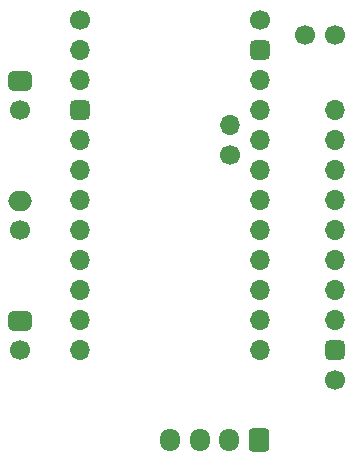
<source format=gbr>
%TF.GenerationSoftware,KiCad,Pcbnew,7.0.7*%
%TF.CreationDate,2023-09-23T14:44:52-07:00*%
%TF.ProjectId,Nitrox_Board,4e697472-6f78-45f4-926f-6172642e6b69,rev?*%
%TF.SameCoordinates,Original*%
%TF.FileFunction,Soldermask,Bot*%
%TF.FilePolarity,Negative*%
%FSLAX46Y46*%
G04 Gerber Fmt 4.6, Leading zero omitted, Abs format (unit mm)*
G04 Created by KiCad (PCBNEW 7.0.7) date 2023-09-23 14:44:52*
%MOMM*%
%LPD*%
G01*
G04 APERTURE LIST*
G04 Aperture macros list*
%AMRoundRect*
0 Rectangle with rounded corners*
0 $1 Rounding radius*
0 $2 $3 $4 $5 $6 $7 $8 $9 X,Y pos of 4 corners*
0 Add a 4 corners polygon primitive as box body*
4,1,4,$2,$3,$4,$5,$6,$7,$8,$9,$2,$3,0*
0 Add four circle primitives for the rounded corners*
1,1,$1+$1,$2,$3*
1,1,$1+$1,$4,$5*
1,1,$1+$1,$6,$7*
1,1,$1+$1,$8,$9*
0 Add four rect primitives between the rounded corners*
20,1,$1+$1,$2,$3,$4,$5,0*
20,1,$1+$1,$4,$5,$6,$7,0*
20,1,$1+$1,$6,$7,$8,$9,0*
20,1,$1+$1,$8,$9,$2,$3,0*%
G04 Aperture macros list end*
%ADD10RoundRect,0.250000X0.600000X0.725000X-0.600000X0.725000X-0.600000X-0.725000X0.600000X-0.725000X0*%
%ADD11O,1.700000X1.950000*%
%ADD12C,1.700000*%
%ADD13O,1.700000X1.700000*%
%ADD14RoundRect,0.425000X-0.425000X-0.425000X0.425000X-0.425000X0.425000X0.425000X-0.425000X0.425000X0*%
%ADD15O,2.000000X1.700000*%
%ADD16RoundRect,0.425000X0.575000X-0.425000X0.575000X0.425000X-0.575000X0.425000X-0.575000X-0.425000X0*%
G04 APERTURE END LIST*
D10*
%TO.C,DISP1*%
X162440000Y-96520000D03*
D11*
X159940000Y-96520000D03*
X157440000Y-96520000D03*
X154940000Y-96520000D03*
%TD*%
D12*
%TO.C,i2c1*%
X160020000Y-72390000D03*
D13*
X160020000Y-69850000D03*
%TD*%
D12*
%TO.C,ProMini1*%
X147320000Y-60960000D03*
D13*
X147320000Y-63500000D03*
X147320000Y-66040000D03*
D14*
X147320000Y-68580000D03*
D13*
X147320000Y-71120000D03*
X147320000Y-73660000D03*
X147320000Y-76200000D03*
X147320000Y-78740000D03*
X147320000Y-81280000D03*
X147320000Y-83820000D03*
X147320000Y-86360000D03*
X147320000Y-88900000D03*
%TD*%
D12*
%TO.C,SWTCH1*%
X142240000Y-78740000D03*
D15*
X142240000Y-76240000D03*
%TD*%
D12*
%TO.C,BAT1*%
X142240000Y-88900000D03*
D16*
X142240000Y-86400000D03*
%TD*%
D12*
%TO.C,Button1*%
X142240000Y-68580000D03*
D16*
X142240000Y-66080000D03*
%TD*%
D12*
%TO.C,ProMini2*%
X162560000Y-60960000D03*
D14*
X162560000Y-63500000D03*
D13*
X162560000Y-66040000D03*
X162560000Y-68580000D03*
X162560000Y-71120000D03*
X162560000Y-73660000D03*
X162560000Y-76200000D03*
X162560000Y-78740000D03*
X162560000Y-81280000D03*
X162560000Y-83820000D03*
X162560000Y-86360000D03*
X162560000Y-88900000D03*
%TD*%
D12*
%TO.C,Sensor1*%
X168870000Y-62230000D03*
X166370000Y-62230000D03*
%TD*%
%TO.C,ADS1115*%
X168910000Y-91440000D03*
D14*
X168910000Y-88900000D03*
D13*
X168910000Y-86360000D03*
X168910000Y-83820000D03*
X168910000Y-81280000D03*
X168910000Y-78740000D03*
X168910000Y-76200000D03*
X168910000Y-73660000D03*
X168910000Y-71120000D03*
X168910000Y-68580000D03*
%TD*%
M02*

</source>
